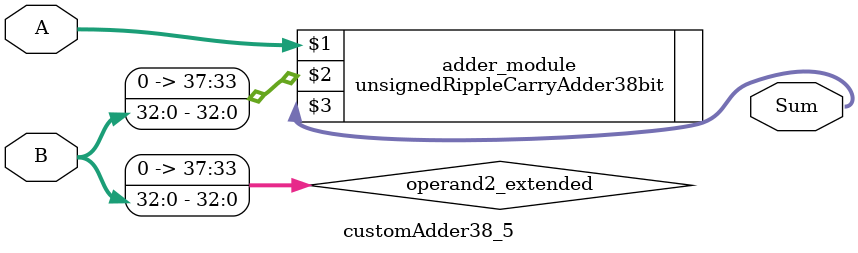
<source format=v>
module customAdder38_5(
                        input [37 : 0] A,
                        input [32 : 0] B,
                        
                        output [38 : 0] Sum
                );

        wire [37 : 0] operand2_extended;
        
        assign operand2_extended =  {5'b0, B};
        
        unsignedRippleCarryAdder38bit adder_module(
            A,
            operand2_extended,
            Sum
        );
        
        endmodule
        
</source>
